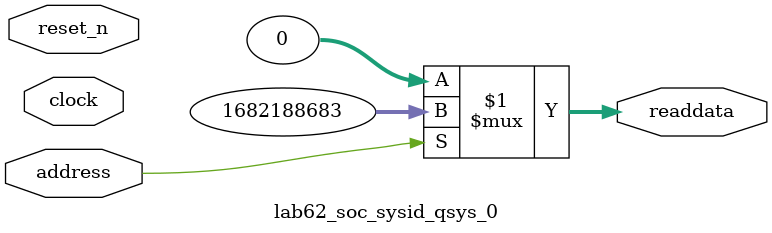
<source format=v>



// synthesis translate_off
`timescale 1ns / 1ps
// synthesis translate_on

// turn off superfluous verilog processor warnings 
// altera message_level Level1 
// altera message_off 10034 10035 10036 10037 10230 10240 10030 

module lab62_soc_sysid_qsys_0 (
               // inputs:
                address,
                clock,
                reset_n,

               // outputs:
                readdata
             )
;

  output  [ 31: 0] readdata;
  input            address;
  input            clock;
  input            reset_n;

  wire    [ 31: 0] readdata;
  //control_slave, which is an e_avalon_slave
  assign readdata = address ? 1682188683 : 0;

endmodule



</source>
